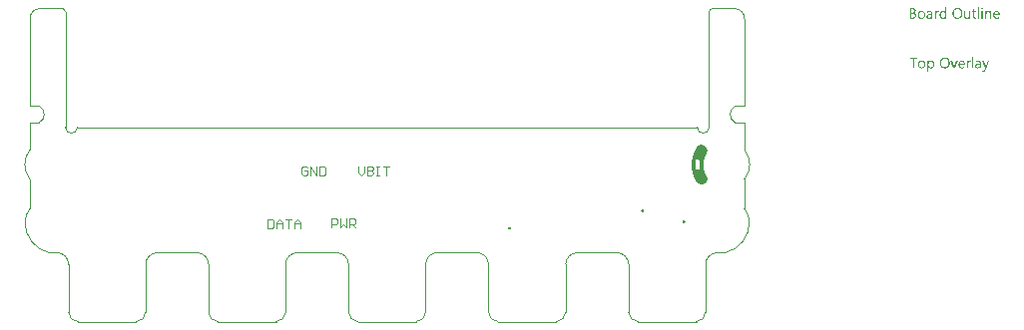
<source format=gto>
G04*
G04 #@! TF.GenerationSoftware,Altium Limited,Altium Designer,21.9.2 (33)*
G04*
G04 Layer_Color=65535*
%FSAX25Y25*%
%MOIN*%
G70*
G04*
G04 #@! TF.SameCoordinates,2EB92662-9E55-42C7-936B-B314CFDC8511*
G04*
G04*
G04 #@! TF.FilePolarity,Positive*
G04*
G01*
G75*
%ADD10C,0.01000*%
%ADD11C,0.00300*%
%ADD12C,0.00394*%
G36*
X0073390Y0108274D02*
X0073414D01*
X0073470Y0108250D01*
X0073501Y0108231D01*
X0073532Y0108206D01*
X0073538Y0108200D01*
X0073545Y0108194D01*
X0073576Y0108157D01*
X0073600Y0108095D01*
X0073606Y0108058D01*
X0073613Y0108021D01*
Y0108015D01*
Y0108002D01*
X0073606Y0107984D01*
X0073600Y0107959D01*
X0073582Y0107897D01*
X0073557Y0107866D01*
X0073532Y0107835D01*
X0073526D01*
X0073520Y0107823D01*
X0073483Y0107798D01*
X0073427Y0107773D01*
X0073390Y0107767D01*
X0073353Y0107761D01*
X0073334D01*
X0073316Y0107767D01*
X0073291D01*
X0073229Y0107792D01*
X0073198Y0107804D01*
X0073167Y0107829D01*
Y0107835D01*
X0073154Y0107841D01*
X0073142Y0107860D01*
X0073130Y0107878D01*
X0073105Y0107940D01*
X0073099Y0107977D01*
X0073093Y0108021D01*
Y0108027D01*
Y0108039D01*
X0073099Y0108058D01*
X0073105Y0108089D01*
X0073124Y0108144D01*
X0073142Y0108176D01*
X0073167Y0108206D01*
X0073173Y0108213D01*
X0073179Y0108219D01*
X0073216Y0108244D01*
X0073278Y0108268D01*
X0073316Y0108281D01*
X0073371D01*
X0073390Y0108274D01*
D02*
G37*
G36*
X0061400Y0104610D02*
X0060997D01*
Y0105031D01*
X0060985D01*
Y0105025D01*
X0060973Y0105012D01*
X0060954Y0104988D01*
X0060935Y0104957D01*
X0060905Y0104920D01*
X0060867Y0104882D01*
X0060824Y0104839D01*
X0060774Y0104796D01*
X0060719Y0104746D01*
X0060651Y0104703D01*
X0060583Y0104666D01*
X0060502Y0104629D01*
X0060422Y0104598D01*
X0060329Y0104573D01*
X0060230Y0104560D01*
X0060125Y0104554D01*
X0060081D01*
X0060044Y0104560D01*
X0060007Y0104567D01*
X0059957Y0104573D01*
X0059852Y0104598D01*
X0059728Y0104635D01*
X0059605Y0104697D01*
X0059536Y0104734D01*
X0059481Y0104777D01*
X0059419Y0104833D01*
X0059363Y0104889D01*
Y0104895D01*
X0059351Y0104907D01*
X0059338Y0104926D01*
X0059320Y0104950D01*
X0059301Y0104981D01*
X0059277Y0105025D01*
X0059252Y0105074D01*
X0059227Y0105130D01*
X0059196Y0105192D01*
X0059171Y0105260D01*
X0059147Y0105334D01*
X0059128Y0105415D01*
X0059109Y0105501D01*
X0059097Y0105600D01*
X0059091Y0105700D01*
X0059085Y0105805D01*
Y0105811D01*
Y0105830D01*
Y0105867D01*
X0059091Y0105910D01*
X0059097Y0105959D01*
X0059103Y0106021D01*
X0059109Y0106089D01*
X0059122Y0106164D01*
X0059159Y0106325D01*
X0059215Y0106492D01*
X0059252Y0106572D01*
X0059295Y0106653D01*
X0059338Y0106727D01*
X0059394Y0106801D01*
X0059400Y0106807D01*
X0059407Y0106820D01*
X0059425Y0106838D01*
X0059450Y0106863D01*
X0059481Y0106888D01*
X0059524Y0106919D01*
X0059567Y0106956D01*
X0059617Y0106993D01*
X0059741Y0107061D01*
X0059883Y0107123D01*
X0059964Y0107142D01*
X0060050Y0107160D01*
X0060137Y0107173D01*
X0060236Y0107179D01*
X0060286D01*
X0060323Y0107173D01*
X0060360Y0107167D01*
X0060409Y0107160D01*
X0060521Y0107129D01*
X0060645Y0107080D01*
X0060706Y0107049D01*
X0060768Y0107006D01*
X0060830Y0106962D01*
X0060886Y0106906D01*
X0060935Y0106845D01*
X0060985Y0106770D01*
X0060997D01*
Y0108330D01*
X0061400D01*
Y0104610D01*
D02*
G37*
G36*
X0075668Y0107173D02*
X0075742Y0107167D01*
X0075835Y0107148D01*
X0075934Y0107117D01*
X0076039Y0107068D01*
X0076144Y0106999D01*
X0076188Y0106962D01*
X0076231Y0106913D01*
X0076243Y0106900D01*
X0076268Y0106863D01*
X0076299Y0106801D01*
X0076342Y0106715D01*
X0076380Y0106609D01*
X0076417Y0106479D01*
X0076441Y0106325D01*
X0076448Y0106145D01*
Y0104610D01*
X0076045D01*
Y0106040D01*
Y0106046D01*
Y0106077D01*
X0076039Y0106114D01*
Y0106164D01*
X0076027Y0106226D01*
X0076014Y0106294D01*
X0075996Y0106368D01*
X0075971Y0106442D01*
X0075940Y0106517D01*
X0075903Y0106585D01*
X0075853Y0106653D01*
X0075798Y0106715D01*
X0075736Y0106764D01*
X0075655Y0106801D01*
X0075569Y0106832D01*
X0075463Y0106838D01*
X0075451D01*
X0075414Y0106832D01*
X0075358Y0106826D01*
X0075290Y0106807D01*
X0075210Y0106783D01*
X0075123Y0106739D01*
X0075042Y0106684D01*
X0074962Y0106609D01*
X0074956Y0106597D01*
X0074931Y0106572D01*
X0074900Y0106523D01*
X0074863Y0106455D01*
X0074826Y0106374D01*
X0074795Y0106275D01*
X0074770Y0106164D01*
X0074764Y0106040D01*
Y0104610D01*
X0074362D01*
Y0107123D01*
X0074764D01*
Y0106702D01*
X0074776D01*
X0074783Y0106708D01*
X0074789Y0106721D01*
X0074807Y0106746D01*
X0074832Y0106776D01*
X0074857Y0106814D01*
X0074894Y0106851D01*
X0074937Y0106894D01*
X0074987Y0106944D01*
X0075042Y0106987D01*
X0075104Y0107030D01*
X0075173Y0107068D01*
X0075247Y0107105D01*
X0075321Y0107136D01*
X0075408Y0107160D01*
X0075501Y0107173D01*
X0075600Y0107179D01*
X0075637D01*
X0075668Y0107173D01*
D02*
G37*
G36*
X0058670Y0107160D02*
X0058744Y0107154D01*
X0058788Y0107142D01*
X0058819Y0107129D01*
Y0106715D01*
X0058812Y0106721D01*
X0058800Y0106727D01*
X0058775Y0106739D01*
X0058744Y0106758D01*
X0058701Y0106770D01*
X0058645Y0106783D01*
X0058583Y0106789D01*
X0058515Y0106795D01*
X0058503D01*
X0058472Y0106789D01*
X0058422Y0106783D01*
X0058367Y0106764D01*
X0058292Y0106733D01*
X0058224Y0106690D01*
X0058150Y0106628D01*
X0058082Y0106547D01*
X0058076Y0106535D01*
X0058057Y0106504D01*
X0058026Y0106448D01*
X0057995Y0106374D01*
X0057964Y0106281D01*
X0057933Y0106164D01*
X0057915Y0106034D01*
X0057909Y0105885D01*
Y0104610D01*
X0057506D01*
Y0107123D01*
X0057909D01*
Y0106603D01*
X0057921D01*
Y0106609D01*
X0057927Y0106616D01*
X0057939Y0106647D01*
X0057958Y0106696D01*
X0057989Y0106758D01*
X0058020Y0106820D01*
X0058069Y0106888D01*
X0058119Y0106956D01*
X0058181Y0107018D01*
X0058187Y0107024D01*
X0058212Y0107043D01*
X0058249Y0107068D01*
X0058298Y0107092D01*
X0058354Y0107117D01*
X0058422Y0107142D01*
X0058497Y0107160D01*
X0058577Y0107167D01*
X0058633D01*
X0058670Y0107160D01*
D02*
G37*
G36*
X0069410Y0104610D02*
X0069007D01*
Y0105006D01*
X0068995D01*
Y0105000D01*
X0068982Y0104988D01*
X0068970Y0104963D01*
X0068945Y0104938D01*
X0068890Y0104864D01*
X0068803Y0104783D01*
X0068753Y0104740D01*
X0068698Y0104697D01*
X0068636Y0104660D01*
X0068562Y0104622D01*
X0068487Y0104598D01*
X0068407Y0104573D01*
X0068314Y0104560D01*
X0068221Y0104554D01*
X0068184D01*
X0068141Y0104560D01*
X0068079Y0104573D01*
X0068011Y0104585D01*
X0067936Y0104610D01*
X0067856Y0104641D01*
X0067775Y0104691D01*
X0067689Y0104746D01*
X0067608Y0104814D01*
X0067534Y0104901D01*
X0067466Y0105006D01*
X0067404Y0105124D01*
X0067361Y0105266D01*
X0067336Y0105433D01*
X0067324Y0105520D01*
Y0105619D01*
Y0107123D01*
X0067720D01*
Y0105681D01*
Y0105675D01*
Y0105650D01*
X0067726Y0105607D01*
X0067732Y0105557D01*
X0067738Y0105495D01*
X0067751Y0105433D01*
X0067769Y0105359D01*
X0067794Y0105285D01*
X0067831Y0105210D01*
X0067868Y0105142D01*
X0067918Y0105074D01*
X0067980Y0105012D01*
X0068048Y0104963D01*
X0068128Y0104926D01*
X0068227Y0104895D01*
X0068332Y0104889D01*
X0068345D01*
X0068382Y0104895D01*
X0068438Y0104901D01*
X0068500Y0104913D01*
X0068580Y0104944D01*
X0068661Y0104981D01*
X0068741Y0105031D01*
X0068815Y0105105D01*
X0068822Y0105118D01*
X0068846Y0105142D01*
X0068877Y0105192D01*
X0068914Y0105260D01*
X0068945Y0105341D01*
X0068976Y0105439D01*
X0069001Y0105551D01*
X0069007Y0105675D01*
Y0107123D01*
X0069410D01*
Y0104610D01*
D02*
G37*
G36*
X0073545D02*
X0073142D01*
Y0107123D01*
X0073545D01*
Y0104610D01*
D02*
G37*
G36*
X0072325D02*
X0071923D01*
Y0108330D01*
X0072325D01*
Y0104610D01*
D02*
G37*
G36*
X0055946Y0107173D02*
X0056002Y0107167D01*
X0056070Y0107148D01*
X0056144Y0107129D01*
X0056225Y0107098D01*
X0056312Y0107061D01*
X0056392Y0107012D01*
X0056472Y0106950D01*
X0056547Y0106876D01*
X0056615Y0106783D01*
X0056671Y0106677D01*
X0056714Y0106554D01*
X0056739Y0106411D01*
X0056751Y0106244D01*
Y0104610D01*
X0056349D01*
Y0105000D01*
X0056336D01*
Y0104994D01*
X0056324Y0104981D01*
X0056312Y0104957D01*
X0056287Y0104932D01*
X0056225Y0104858D01*
X0056144Y0104777D01*
X0056033Y0104697D01*
X0055903Y0104622D01*
X0055822Y0104598D01*
X0055742Y0104573D01*
X0055655Y0104560D01*
X0055563Y0104554D01*
X0055525D01*
X0055501Y0104560D01*
X0055433Y0104567D01*
X0055352Y0104579D01*
X0055253Y0104604D01*
X0055160Y0104635D01*
X0055061Y0104684D01*
X0054975Y0104746D01*
X0054968Y0104759D01*
X0054944Y0104783D01*
X0054906Y0104827D01*
X0054869Y0104889D01*
X0054832Y0104963D01*
X0054795Y0105050D01*
X0054770Y0105155D01*
X0054764Y0105272D01*
Y0105279D01*
Y0105303D01*
X0054770Y0105341D01*
X0054776Y0105384D01*
X0054789Y0105439D01*
X0054807Y0105501D01*
X0054832Y0105570D01*
X0054869Y0105638D01*
X0054913Y0105712D01*
X0054968Y0105786D01*
X0055036Y0105854D01*
X0055117Y0105916D01*
X0055210Y0105978D01*
X0055321Y0106027D01*
X0055445Y0106065D01*
X0055594Y0106096D01*
X0056349Y0106201D01*
Y0106207D01*
Y0106226D01*
X0056343Y0106263D01*
Y0106300D01*
X0056330Y0106349D01*
X0056324Y0106405D01*
X0056287Y0106523D01*
X0056256Y0106579D01*
X0056225Y0106634D01*
X0056182Y0106690D01*
X0056132Y0106739D01*
X0056070Y0106783D01*
X0056002Y0106814D01*
X0055922Y0106832D01*
X0055829Y0106838D01*
X0055785D01*
X0055754Y0106832D01*
X0055711D01*
X0055668Y0106820D01*
X0055556Y0106801D01*
X0055433Y0106764D01*
X0055296Y0106708D01*
X0055222Y0106671D01*
X0055154Y0106634D01*
X0055080Y0106585D01*
X0055012Y0106529D01*
Y0106944D01*
X0055018D01*
X0055030Y0106956D01*
X0055049Y0106968D01*
X0055080Y0106981D01*
X0055111Y0106999D01*
X0055154Y0107018D01*
X0055203Y0107036D01*
X0055259Y0107061D01*
X0055383Y0107105D01*
X0055532Y0107142D01*
X0055693Y0107167D01*
X0055866Y0107179D01*
X0055903D01*
X0055946Y0107173D01*
D02*
G37*
G36*
X0050258Y0108120D02*
X0050301D01*
X0050344Y0108114D01*
X0050443Y0108101D01*
X0050561Y0108070D01*
X0050685Y0108033D01*
X0050802Y0107977D01*
X0050908Y0107903D01*
X0050914D01*
X0050920Y0107891D01*
X0050951Y0107866D01*
X0050994Y0107817D01*
X0051044Y0107748D01*
X0051087Y0107662D01*
X0051130Y0107563D01*
X0051161Y0107451D01*
X0051174Y0107389D01*
Y0107321D01*
Y0107315D01*
Y0107309D01*
Y0107272D01*
X0051168Y0107216D01*
X0051155Y0107148D01*
X0051137Y0107061D01*
X0051106Y0106975D01*
X0051069Y0106888D01*
X0051013Y0106801D01*
X0051007Y0106789D01*
X0050982Y0106764D01*
X0050945Y0106727D01*
X0050895Y0106677D01*
X0050833Y0106628D01*
X0050759Y0106572D01*
X0050666Y0106529D01*
X0050567Y0106486D01*
Y0106479D01*
X0050586D01*
X0050604Y0106473D01*
X0050623Y0106467D01*
X0050691Y0106455D01*
X0050771Y0106430D01*
X0050858Y0106393D01*
X0050951Y0106349D01*
X0051044Y0106288D01*
X0051130Y0106207D01*
X0051143Y0106195D01*
X0051168Y0106164D01*
X0051199Y0106120D01*
X0051242Y0106052D01*
X0051279Y0105966D01*
X0051316Y0105867D01*
X0051341Y0105749D01*
X0051347Y0105619D01*
Y0105613D01*
Y0105600D01*
Y0105576D01*
X0051341Y0105545D01*
X0051335Y0105508D01*
X0051329Y0105464D01*
X0051304Y0105359D01*
X0051267Y0105241D01*
X0051211Y0105118D01*
X0051174Y0105062D01*
X0051130Y0105000D01*
X0051075Y0104944D01*
X0051019Y0104889D01*
X0051013D01*
X0051007Y0104876D01*
X0050988Y0104864D01*
X0050963Y0104845D01*
X0050932Y0104827D01*
X0050889Y0104802D01*
X0050796Y0104752D01*
X0050679Y0104697D01*
X0050542Y0104653D01*
X0050381Y0104622D01*
X0050301Y0104616D01*
X0050208Y0104610D01*
X0049181D01*
Y0108126D01*
X0050227D01*
X0050258Y0108120D01*
D02*
G37*
G36*
X0070753Y0107123D02*
X0071390D01*
Y0106776D01*
X0070753D01*
Y0105359D01*
Y0105347D01*
Y0105316D01*
X0070759Y0105272D01*
X0070765Y0105217D01*
X0070790Y0105099D01*
X0070809Y0105043D01*
X0070840Y0105000D01*
X0070846Y0104994D01*
X0070858Y0104981D01*
X0070877Y0104969D01*
X0070908Y0104950D01*
X0070945Y0104926D01*
X0070994Y0104913D01*
X0071056Y0104901D01*
X0071124Y0104895D01*
X0071149D01*
X0071180Y0104901D01*
X0071217Y0104907D01*
X0071304Y0104932D01*
X0071347Y0104950D01*
X0071390Y0104975D01*
Y0104629D01*
X0071384D01*
X0071366Y0104616D01*
X0071335Y0104610D01*
X0071291Y0104598D01*
X0071236Y0104585D01*
X0071174Y0104573D01*
X0071100Y0104567D01*
X0071013Y0104560D01*
X0070982D01*
X0070951Y0104567D01*
X0070908Y0104573D01*
X0070858Y0104585D01*
X0070802Y0104598D01*
X0070747Y0104622D01*
X0070685Y0104653D01*
X0070623Y0104691D01*
X0070561Y0104740D01*
X0070505Y0104796D01*
X0070456Y0104870D01*
X0070412Y0104950D01*
X0070381Y0105050D01*
X0070357Y0105161D01*
X0070350Y0105291D01*
Y0106776D01*
X0069923D01*
Y0107123D01*
X0070350D01*
Y0107736D01*
X0070753Y0107866D01*
Y0107123D01*
D02*
G37*
G36*
X0078280Y0107173D02*
X0078323Y0107167D01*
X0078367Y0107160D01*
X0078478Y0107142D01*
X0078602Y0107098D01*
X0078725Y0107043D01*
X0078787Y0107006D01*
X0078849Y0106962D01*
X0078905Y0106913D01*
X0078961Y0106857D01*
X0078967Y0106851D01*
X0078973Y0106845D01*
X0078986Y0106826D01*
X0079004Y0106801D01*
X0079023Y0106764D01*
X0079047Y0106727D01*
X0079072Y0106684D01*
X0079097Y0106628D01*
X0079122Y0106566D01*
X0079146Y0106504D01*
X0079171Y0106430D01*
X0079190Y0106349D01*
X0079208Y0106263D01*
X0079221Y0106176D01*
X0079233Y0106077D01*
Y0105972D01*
Y0105761D01*
X0077457D01*
Y0105755D01*
Y0105743D01*
Y0105724D01*
X0077463Y0105693D01*
X0077469Y0105656D01*
Y0105619D01*
X0077487Y0105520D01*
X0077518Y0105421D01*
X0077556Y0105309D01*
X0077611Y0105204D01*
X0077679Y0105111D01*
X0077692Y0105099D01*
X0077717Y0105074D01*
X0077766Y0105043D01*
X0077834Y0105000D01*
X0077921Y0104957D01*
X0078020Y0104926D01*
X0078137Y0104901D01*
X0078274Y0104889D01*
X0078317D01*
X0078348Y0104895D01*
X0078385D01*
X0078428Y0104901D01*
X0078534Y0104926D01*
X0078651Y0104957D01*
X0078781Y0105006D01*
X0078917Y0105074D01*
X0078986Y0105118D01*
X0079054Y0105167D01*
Y0104790D01*
X0079047D01*
X0079041Y0104777D01*
X0079023Y0104771D01*
X0078992Y0104752D01*
X0078961Y0104734D01*
X0078924Y0104715D01*
X0078874Y0104697D01*
X0078825Y0104672D01*
X0078763Y0104647D01*
X0078695Y0104629D01*
X0078546Y0104592D01*
X0078373Y0104567D01*
X0078181Y0104554D01*
X0078131D01*
X0078094Y0104560D01*
X0078051Y0104567D01*
X0077995Y0104573D01*
X0077877Y0104598D01*
X0077741Y0104635D01*
X0077605Y0104697D01*
X0077537Y0104740D01*
X0077469Y0104783D01*
X0077407Y0104833D01*
X0077345Y0104895D01*
X0077339Y0104901D01*
X0077333Y0104913D01*
X0077320Y0104932D01*
X0077296Y0104957D01*
X0077277Y0104994D01*
X0077252Y0105037D01*
X0077221Y0105087D01*
X0077197Y0105142D01*
X0077166Y0105204D01*
X0077141Y0105279D01*
X0077110Y0105359D01*
X0077091Y0105446D01*
X0077073Y0105538D01*
X0077054Y0105638D01*
X0077048Y0105743D01*
X0077042Y0105854D01*
Y0105860D01*
Y0105879D01*
Y0105910D01*
X0077048Y0105953D01*
X0077054Y0106003D01*
X0077060Y0106059D01*
X0077067Y0106127D01*
X0077085Y0106195D01*
X0077122Y0106343D01*
X0077178Y0106504D01*
X0077215Y0106585D01*
X0077265Y0106659D01*
X0077314Y0106739D01*
X0077370Y0106807D01*
X0077376Y0106814D01*
X0077389Y0106826D01*
X0077407Y0106845D01*
X0077432Y0106863D01*
X0077463Y0106894D01*
X0077500Y0106925D01*
X0077549Y0106956D01*
X0077599Y0106993D01*
X0077717Y0107061D01*
X0077859Y0107123D01*
X0077939Y0107142D01*
X0078020Y0107160D01*
X0078106Y0107173D01*
X0078199Y0107179D01*
X0078249D01*
X0078280Y0107173D01*
D02*
G37*
G36*
X0065237Y0108182D02*
X0065299Y0108176D01*
X0065374Y0108163D01*
X0065454Y0108144D01*
X0065541Y0108126D01*
X0065627Y0108101D01*
X0065727Y0108070D01*
X0065819Y0108027D01*
X0065918Y0107977D01*
X0066018Y0107922D01*
X0066110Y0107854D01*
X0066203Y0107779D01*
X0066290Y0107693D01*
X0066296Y0107686D01*
X0066308Y0107668D01*
X0066333Y0107643D01*
X0066358Y0107606D01*
X0066395Y0107556D01*
X0066432Y0107495D01*
X0066469Y0107427D01*
X0066513Y0107352D01*
X0066556Y0107259D01*
X0066593Y0107167D01*
X0066630Y0107061D01*
X0066667Y0106944D01*
X0066692Y0106826D01*
X0066717Y0106696D01*
X0066729Y0106554D01*
X0066736Y0106411D01*
Y0106399D01*
Y0106374D01*
Y0106331D01*
X0066729Y0106269D01*
X0066723Y0106195D01*
X0066711Y0106114D01*
X0066698Y0106021D01*
X0066680Y0105916D01*
X0066655Y0105811D01*
X0066624Y0105700D01*
X0066587Y0105588D01*
X0066544Y0105477D01*
X0066488Y0105359D01*
X0066426Y0105254D01*
X0066358Y0105149D01*
X0066277Y0105050D01*
X0066271Y0105043D01*
X0066259Y0105031D01*
X0066228Y0105006D01*
X0066197Y0104975D01*
X0066148Y0104932D01*
X0066092Y0104895D01*
X0066030Y0104845D01*
X0065956Y0104802D01*
X0065875Y0104759D01*
X0065782Y0104709D01*
X0065683Y0104672D01*
X0065572Y0104635D01*
X0065454Y0104598D01*
X0065330Y0104573D01*
X0065200Y0104560D01*
X0065058Y0104554D01*
X0065027D01*
X0064984Y0104560D01*
X0064934D01*
X0064872Y0104567D01*
X0064798Y0104579D01*
X0064718Y0104598D01*
X0064625Y0104616D01*
X0064532Y0104641D01*
X0064433Y0104672D01*
X0064334Y0104715D01*
X0064235Y0104759D01*
X0064136Y0104814D01*
X0064037Y0104882D01*
X0063944Y0104957D01*
X0063857Y0105043D01*
X0063851Y0105050D01*
X0063839Y0105068D01*
X0063814Y0105093D01*
X0063789Y0105130D01*
X0063752Y0105180D01*
X0063715Y0105241D01*
X0063678Y0105309D01*
X0063634Y0105390D01*
X0063591Y0105477D01*
X0063554Y0105570D01*
X0063517Y0105675D01*
X0063480Y0105792D01*
X0063455Y0105910D01*
X0063430Y0106040D01*
X0063418Y0106182D01*
X0063411Y0106325D01*
Y0106337D01*
Y0106362D01*
X0063418Y0106405D01*
Y0106467D01*
X0063424Y0106535D01*
X0063436Y0106622D01*
X0063449Y0106715D01*
X0063467Y0106814D01*
X0063492Y0106919D01*
X0063523Y0107030D01*
X0063560Y0107142D01*
X0063603Y0107253D01*
X0063659Y0107365D01*
X0063721Y0107476D01*
X0063789Y0107581D01*
X0063870Y0107680D01*
X0063876Y0107686D01*
X0063888Y0107705D01*
X0063919Y0107730D01*
X0063956Y0107761D01*
X0063999Y0107798D01*
X0064055Y0107841D01*
X0064123Y0107885D01*
X0064198Y0107934D01*
X0064284Y0107984D01*
X0064377Y0108027D01*
X0064476Y0108070D01*
X0064588Y0108107D01*
X0064711Y0108138D01*
X0064841Y0108169D01*
X0064978Y0108182D01*
X0065120Y0108188D01*
X0065188D01*
X0065237Y0108182D01*
D02*
G37*
G36*
X0053210Y0107173D02*
X0053254Y0107167D01*
X0053309Y0107160D01*
X0053433Y0107136D01*
X0053576Y0107092D01*
X0053718Y0107030D01*
X0053792Y0106993D01*
X0053860Y0106950D01*
X0053928Y0106894D01*
X0053990Y0106832D01*
X0053996Y0106826D01*
X0054003Y0106814D01*
X0054021Y0106795D01*
X0054040Y0106770D01*
X0054065Y0106733D01*
X0054089Y0106690D01*
X0054120Y0106640D01*
X0054151Y0106585D01*
X0054176Y0106517D01*
X0054207Y0106448D01*
X0054232Y0106368D01*
X0054256Y0106281D01*
X0054275Y0106188D01*
X0054294Y0106089D01*
X0054300Y0105984D01*
X0054306Y0105873D01*
Y0105867D01*
Y0105848D01*
Y0105817D01*
X0054300Y0105774D01*
X0054294Y0105724D01*
X0054287Y0105662D01*
X0054275Y0105600D01*
X0054263Y0105526D01*
X0054225Y0105378D01*
X0054164Y0105217D01*
X0054127Y0105136D01*
X0054077Y0105056D01*
X0054027Y0104981D01*
X0053966Y0104913D01*
X0053959Y0104907D01*
X0053947Y0104901D01*
X0053928Y0104882D01*
X0053904Y0104858D01*
X0053866Y0104833D01*
X0053829Y0104802D01*
X0053780Y0104765D01*
X0053724Y0104734D01*
X0053662Y0104703D01*
X0053594Y0104666D01*
X0053520Y0104635D01*
X0053439Y0104610D01*
X0053353Y0104585D01*
X0053260Y0104573D01*
X0053161Y0104560D01*
X0053056Y0104554D01*
X0053000D01*
X0052963Y0104560D01*
X0052919Y0104567D01*
X0052864Y0104573D01*
X0052802Y0104585D01*
X0052734Y0104598D01*
X0052591Y0104641D01*
X0052443Y0104703D01*
X0052368Y0104740D01*
X0052300Y0104790D01*
X0052232Y0104839D01*
X0052164Y0104901D01*
X0052158Y0104907D01*
X0052152Y0104920D01*
X0052133Y0104938D01*
X0052115Y0104963D01*
X0052090Y0105000D01*
X0052059Y0105043D01*
X0052028Y0105093D01*
X0052003Y0105149D01*
X0051972Y0105217D01*
X0051941Y0105285D01*
X0051911Y0105359D01*
X0051886Y0105446D01*
X0051849Y0105631D01*
X0051842Y0105730D01*
X0051836Y0105836D01*
Y0105842D01*
Y0105867D01*
Y0105898D01*
X0051842Y0105941D01*
X0051849Y0105990D01*
X0051855Y0106052D01*
X0051867Y0106120D01*
X0051880Y0106195D01*
X0051917Y0106356D01*
X0051978Y0106517D01*
X0052022Y0106597D01*
X0052065Y0106677D01*
X0052115Y0106752D01*
X0052177Y0106820D01*
X0052183Y0106826D01*
X0052195Y0106838D01*
X0052214Y0106851D01*
X0052239Y0106876D01*
X0052276Y0106900D01*
X0052319Y0106931D01*
X0052368Y0106968D01*
X0052424Y0106999D01*
X0052486Y0107030D01*
X0052560Y0107068D01*
X0052635Y0107098D01*
X0052721Y0107123D01*
X0052808Y0107148D01*
X0052907Y0107167D01*
X0053012Y0107173D01*
X0053118Y0107179D01*
X0053173D01*
X0053210Y0107173D01*
D02*
G37*
G36*
X0056423Y0090583D02*
X0056466Y0090576D01*
X0056510Y0090570D01*
X0056621Y0090546D01*
X0056745Y0090509D01*
X0056869Y0090447D01*
X0056931Y0090409D01*
X0056992Y0090360D01*
X0057048Y0090310D01*
X0057104Y0090249D01*
X0057110Y0090242D01*
X0057116Y0090236D01*
X0057129Y0090211D01*
X0057147Y0090187D01*
X0057166Y0090156D01*
X0057191Y0090112D01*
X0057215Y0090063D01*
X0057240Y0090013D01*
X0057265Y0089951D01*
X0057290Y0089883D01*
X0057314Y0089809D01*
X0057333Y0089728D01*
X0057364Y0089549D01*
X0057376Y0089450D01*
Y0089345D01*
Y0089338D01*
Y0089320D01*
Y0089283D01*
X0057370Y0089240D01*
Y0089190D01*
X0057358Y0089128D01*
X0057351Y0089060D01*
X0057339Y0088986D01*
X0057302Y0088825D01*
X0057246Y0088658D01*
X0057209Y0088577D01*
X0057172Y0088497D01*
X0057122Y0088416D01*
X0057067Y0088342D01*
X0057060Y0088336D01*
X0057054Y0088323D01*
X0057036Y0088305D01*
X0057011Y0088286D01*
X0056980Y0088255D01*
X0056943Y0088224D01*
X0056900Y0088187D01*
X0056850Y0088156D01*
X0056794Y0088119D01*
X0056732Y0088082D01*
X0056584Y0088026D01*
X0056503Y0088002D01*
X0056423Y0087983D01*
X0056330Y0087971D01*
X0056231Y0087964D01*
X0056182D01*
X0056151Y0087971D01*
X0056107Y0087977D01*
X0056064Y0087989D01*
X0055953Y0088014D01*
X0055835Y0088063D01*
X0055767Y0088100D01*
X0055705Y0088138D01*
X0055643Y0088187D01*
X0055587Y0088243D01*
X0055525Y0088305D01*
X0055476Y0088379D01*
X0055463D01*
Y0086869D01*
X0055061D01*
Y0090533D01*
X0055463D01*
Y0090087D01*
X0055476D01*
X0055482Y0090094D01*
X0055488Y0090112D01*
X0055507Y0090137D01*
X0055532Y0090168D01*
X0055563Y0090205D01*
X0055600Y0090249D01*
X0055643Y0090292D01*
X0055699Y0090341D01*
X0055754Y0090385D01*
X0055816Y0090428D01*
X0055891Y0090471D01*
X0055965Y0090509D01*
X0056052Y0090546D01*
X0056144Y0090570D01*
X0056237Y0090583D01*
X0056343Y0090589D01*
X0056392D01*
X0056423Y0090583D01*
D02*
G37*
G36*
X0069379Y0090570D02*
X0069453Y0090564D01*
X0069496Y0090552D01*
X0069527Y0090539D01*
Y0090125D01*
X0069521Y0090131D01*
X0069509Y0090137D01*
X0069484Y0090149D01*
X0069453Y0090168D01*
X0069410Y0090180D01*
X0069354Y0090193D01*
X0069292Y0090199D01*
X0069224Y0090205D01*
X0069212D01*
X0069181Y0090199D01*
X0069131Y0090193D01*
X0069075Y0090174D01*
X0069001Y0090143D01*
X0068933Y0090100D01*
X0068859Y0090038D01*
X0068791Y0089958D01*
X0068784Y0089945D01*
X0068766Y0089914D01*
X0068735Y0089859D01*
X0068704Y0089784D01*
X0068673Y0089691D01*
X0068642Y0089574D01*
X0068624Y0089444D01*
X0068617Y0089295D01*
Y0088020D01*
X0068215D01*
Y0090533D01*
X0068617D01*
Y0090013D01*
X0068630D01*
Y0090019D01*
X0068636Y0090026D01*
X0068648Y0090057D01*
X0068667Y0090106D01*
X0068698Y0090168D01*
X0068729Y0090230D01*
X0068778Y0090298D01*
X0068828Y0090366D01*
X0068890Y0090428D01*
X0068896Y0090434D01*
X0068921Y0090453D01*
X0068958Y0090478D01*
X0069007Y0090502D01*
X0069063Y0090527D01*
X0069131Y0090552D01*
X0069205Y0090570D01*
X0069286Y0090576D01*
X0069341D01*
X0069379Y0090570D01*
D02*
G37*
G36*
X0074584Y0087618D02*
X0074578Y0087612D01*
X0074572Y0087587D01*
X0074554Y0087543D01*
X0074529Y0087494D01*
X0074498Y0087438D01*
X0074454Y0087370D01*
X0074411Y0087302D01*
X0074362Y0087228D01*
X0074300Y0087154D01*
X0074238Y0087085D01*
X0074164Y0087017D01*
X0074083Y0086962D01*
X0074003Y0086912D01*
X0073910Y0086869D01*
X0073817Y0086844D01*
X0073712Y0086838D01*
X0073656D01*
X0073619Y0086844D01*
X0073538Y0086856D01*
X0073452Y0086875D01*
Y0087234D01*
X0073458D01*
X0073476Y0087228D01*
X0073501Y0087222D01*
X0073532Y0087215D01*
X0073606Y0087197D01*
X0073687Y0087191D01*
X0073699D01*
X0073736Y0087197D01*
X0073792Y0087209D01*
X0073860Y0087234D01*
X0073935Y0087277D01*
X0073972Y0087308D01*
X0074009Y0087345D01*
X0074046Y0087383D01*
X0074083Y0087432D01*
X0074114Y0087488D01*
X0074145Y0087550D01*
X0074349Y0088020D01*
X0073365Y0090533D01*
X0073811D01*
X0074492Y0088596D01*
Y0088590D01*
X0074498Y0088577D01*
X0074504Y0088559D01*
X0074510Y0088534D01*
X0074516Y0088497D01*
X0074529Y0088460D01*
X0074541Y0088404D01*
X0074560D01*
Y0088416D01*
X0074572Y0088453D01*
X0074584Y0088509D01*
X0074609Y0088590D01*
X0075321Y0090533D01*
X0075736D01*
X0074584Y0087618D01*
D02*
G37*
G36*
X0064154Y0088020D02*
X0063758D01*
X0062805Y0090533D01*
X0063244D01*
X0063888Y0088707D01*
X0063894Y0088701D01*
X0063901Y0088676D01*
X0063913Y0088633D01*
X0063925Y0088590D01*
X0063938Y0088534D01*
X0063956Y0088472D01*
X0063975Y0088354D01*
X0063981D01*
Y0088361D01*
X0063987Y0088385D01*
X0063993Y0088422D01*
X0063999Y0088466D01*
X0064012Y0088521D01*
X0064024Y0088577D01*
X0064061Y0088695D01*
X0064730Y0090533D01*
X0065151D01*
X0064154Y0088020D01*
D02*
G37*
G36*
X0072176Y0090583D02*
X0072232Y0090576D01*
X0072300Y0090558D01*
X0072375Y0090539D01*
X0072455Y0090509D01*
X0072542Y0090471D01*
X0072622Y0090422D01*
X0072703Y0090360D01*
X0072777Y0090286D01*
X0072845Y0090193D01*
X0072901Y0090087D01*
X0072944Y0089964D01*
X0072969Y0089821D01*
X0072981Y0089654D01*
Y0088020D01*
X0072579D01*
Y0088410D01*
X0072566D01*
Y0088404D01*
X0072554Y0088392D01*
X0072542Y0088367D01*
X0072517Y0088342D01*
X0072455Y0088268D01*
X0072375Y0088187D01*
X0072263Y0088107D01*
X0072133Y0088033D01*
X0072053Y0088008D01*
X0071972Y0087983D01*
X0071886Y0087971D01*
X0071793Y0087964D01*
X0071756D01*
X0071731Y0087971D01*
X0071663Y0087977D01*
X0071582Y0087989D01*
X0071483Y0088014D01*
X0071390Y0088045D01*
X0071291Y0088094D01*
X0071205Y0088156D01*
X0071198Y0088169D01*
X0071174Y0088193D01*
X0071137Y0088237D01*
X0071100Y0088299D01*
X0071062Y0088373D01*
X0071025Y0088460D01*
X0071000Y0088565D01*
X0070994Y0088682D01*
Y0088689D01*
Y0088713D01*
X0071000Y0088750D01*
X0071007Y0088794D01*
X0071019Y0088850D01*
X0071038Y0088911D01*
X0071062Y0088980D01*
X0071100Y0089048D01*
X0071143Y0089122D01*
X0071198Y0089196D01*
X0071267Y0089264D01*
X0071347Y0089326D01*
X0071440Y0089388D01*
X0071551Y0089438D01*
X0071675Y0089475D01*
X0071824Y0089506D01*
X0072579Y0089611D01*
Y0089617D01*
Y0089636D01*
X0072573Y0089673D01*
Y0089710D01*
X0072560Y0089759D01*
X0072554Y0089815D01*
X0072517Y0089933D01*
X0072486Y0089988D01*
X0072455Y0090044D01*
X0072412Y0090100D01*
X0072362Y0090149D01*
X0072300Y0090193D01*
X0072232Y0090224D01*
X0072152Y0090242D01*
X0072059Y0090249D01*
X0072016D01*
X0071985Y0090242D01*
X0071941D01*
X0071898Y0090230D01*
X0071786Y0090211D01*
X0071663Y0090174D01*
X0071527Y0090118D01*
X0071452Y0090081D01*
X0071384Y0090044D01*
X0071310Y0089995D01*
X0071242Y0089939D01*
Y0090354D01*
X0071248D01*
X0071260Y0090366D01*
X0071279Y0090378D01*
X0071310Y0090391D01*
X0071341Y0090409D01*
X0071384Y0090428D01*
X0071434Y0090447D01*
X0071489Y0090471D01*
X0071613Y0090515D01*
X0071762Y0090552D01*
X0071923Y0090576D01*
X0072096Y0090589D01*
X0072133D01*
X0072176Y0090583D01*
D02*
G37*
G36*
X0070363Y0088020D02*
X0069960D01*
Y0091740D01*
X0070363D01*
Y0088020D01*
D02*
G37*
G36*
X0051619Y0091165D02*
X0050604D01*
Y0088020D01*
X0050196D01*
Y0091165D01*
X0049181D01*
Y0091536D01*
X0051619D01*
Y0091165D01*
D02*
G37*
G36*
X0066655Y0090583D02*
X0066698Y0090576D01*
X0066742Y0090570D01*
X0066853Y0090552D01*
X0066977Y0090509D01*
X0067101Y0090453D01*
X0067163Y0090416D01*
X0067225Y0090372D01*
X0067280Y0090323D01*
X0067336Y0090267D01*
X0067342Y0090261D01*
X0067348Y0090255D01*
X0067361Y0090236D01*
X0067379Y0090211D01*
X0067398Y0090174D01*
X0067423Y0090137D01*
X0067447Y0090094D01*
X0067472Y0090038D01*
X0067497Y0089976D01*
X0067522Y0089914D01*
X0067546Y0089840D01*
X0067565Y0089759D01*
X0067584Y0089673D01*
X0067596Y0089586D01*
X0067608Y0089487D01*
Y0089382D01*
Y0089171D01*
X0065832D01*
Y0089165D01*
Y0089153D01*
Y0089134D01*
X0065838Y0089103D01*
X0065844Y0089066D01*
Y0089029D01*
X0065863Y0088930D01*
X0065894Y0088831D01*
X0065931Y0088720D01*
X0065987Y0088614D01*
X0066055Y0088521D01*
X0066067Y0088509D01*
X0066092Y0088484D01*
X0066141Y0088453D01*
X0066209Y0088410D01*
X0066296Y0088367D01*
X0066395Y0088336D01*
X0066513Y0088311D01*
X0066649Y0088299D01*
X0066692D01*
X0066723Y0088305D01*
X0066760D01*
X0066804Y0088311D01*
X0066909Y0088336D01*
X0067026Y0088367D01*
X0067156Y0088416D01*
X0067293Y0088484D01*
X0067361Y0088528D01*
X0067429Y0088577D01*
Y0088200D01*
X0067423D01*
X0067416Y0088187D01*
X0067398Y0088181D01*
X0067367Y0088162D01*
X0067336Y0088144D01*
X0067299Y0088125D01*
X0067249Y0088107D01*
X0067200Y0088082D01*
X0067138Y0088057D01*
X0067070Y0088039D01*
X0066921Y0088002D01*
X0066748Y0087977D01*
X0066556Y0087964D01*
X0066506D01*
X0066469Y0087971D01*
X0066426Y0087977D01*
X0066370Y0087983D01*
X0066253Y0088008D01*
X0066116Y0088045D01*
X0065980Y0088107D01*
X0065912Y0088150D01*
X0065844Y0088193D01*
X0065782Y0088243D01*
X0065720Y0088305D01*
X0065714Y0088311D01*
X0065708Y0088323D01*
X0065696Y0088342D01*
X0065671Y0088367D01*
X0065652Y0088404D01*
X0065627Y0088447D01*
X0065597Y0088497D01*
X0065572Y0088552D01*
X0065541Y0088614D01*
X0065516Y0088689D01*
X0065485Y0088769D01*
X0065467Y0088856D01*
X0065448Y0088949D01*
X0065429Y0089048D01*
X0065423Y0089153D01*
X0065417Y0089264D01*
Y0089271D01*
Y0089289D01*
Y0089320D01*
X0065423Y0089363D01*
X0065429Y0089413D01*
X0065436Y0089468D01*
X0065442Y0089537D01*
X0065460Y0089605D01*
X0065497Y0089753D01*
X0065553Y0089914D01*
X0065590Y0089995D01*
X0065640Y0090069D01*
X0065689Y0090149D01*
X0065745Y0090218D01*
X0065751Y0090224D01*
X0065764Y0090236D01*
X0065782Y0090255D01*
X0065807Y0090273D01*
X0065838Y0090304D01*
X0065875Y0090335D01*
X0065925Y0090366D01*
X0065974Y0090403D01*
X0066092Y0090471D01*
X0066234Y0090533D01*
X0066315Y0090552D01*
X0066395Y0090570D01*
X0066482Y0090583D01*
X0066575Y0090589D01*
X0066624D01*
X0066655Y0090583D01*
D02*
G37*
G36*
X0061041Y0091592D02*
X0061103Y0091585D01*
X0061177Y0091573D01*
X0061257Y0091555D01*
X0061344Y0091536D01*
X0061431Y0091511D01*
X0061530Y0091480D01*
X0061623Y0091437D01*
X0061722Y0091387D01*
X0061821Y0091332D01*
X0061914Y0091264D01*
X0062006Y0091189D01*
X0062093Y0091103D01*
X0062099Y0091097D01*
X0062112Y0091078D01*
X0062136Y0091053D01*
X0062161Y0091016D01*
X0062198Y0090966D01*
X0062235Y0090905D01*
X0062273Y0090837D01*
X0062316Y0090762D01*
X0062359Y0090669D01*
X0062396Y0090576D01*
X0062433Y0090471D01*
X0062471Y0090354D01*
X0062495Y0090236D01*
X0062520Y0090106D01*
X0062533Y0089964D01*
X0062539Y0089821D01*
Y0089809D01*
Y0089784D01*
Y0089741D01*
X0062533Y0089679D01*
X0062526Y0089605D01*
X0062514Y0089524D01*
X0062502Y0089431D01*
X0062483Y0089326D01*
X0062458Y0089221D01*
X0062427Y0089109D01*
X0062390Y0088998D01*
X0062347Y0088887D01*
X0062291Y0088769D01*
X0062229Y0088664D01*
X0062161Y0088559D01*
X0062081Y0088460D01*
X0062074Y0088453D01*
X0062062Y0088441D01*
X0062031Y0088416D01*
X0062000Y0088385D01*
X0061951Y0088342D01*
X0061895Y0088305D01*
X0061833Y0088255D01*
X0061759Y0088212D01*
X0061678Y0088169D01*
X0061585Y0088119D01*
X0061486Y0088082D01*
X0061375Y0088045D01*
X0061257Y0088008D01*
X0061134Y0087983D01*
X0061004Y0087971D01*
X0060861Y0087964D01*
X0060830D01*
X0060787Y0087971D01*
X0060737D01*
X0060676Y0087977D01*
X0060601Y0087989D01*
X0060521Y0088008D01*
X0060428Y0088026D01*
X0060335Y0088051D01*
X0060236Y0088082D01*
X0060137Y0088125D01*
X0060038Y0088169D01*
X0059939Y0088224D01*
X0059840Y0088292D01*
X0059747Y0088367D01*
X0059660Y0088453D01*
X0059654Y0088460D01*
X0059642Y0088478D01*
X0059617Y0088503D01*
X0059592Y0088540D01*
X0059555Y0088590D01*
X0059518Y0088652D01*
X0059481Y0088720D01*
X0059438Y0088800D01*
X0059394Y0088887D01*
X0059357Y0088980D01*
X0059320Y0089085D01*
X0059283Y0089202D01*
X0059258Y0089320D01*
X0059233Y0089450D01*
X0059221Y0089592D01*
X0059215Y0089735D01*
Y0089747D01*
Y0089772D01*
X0059221Y0089815D01*
Y0089877D01*
X0059227Y0089945D01*
X0059239Y0090032D01*
X0059252Y0090125D01*
X0059270Y0090224D01*
X0059295Y0090329D01*
X0059326Y0090440D01*
X0059363Y0090552D01*
X0059407Y0090663D01*
X0059462Y0090775D01*
X0059524Y0090886D01*
X0059592Y0090991D01*
X0059673Y0091090D01*
X0059679Y0091097D01*
X0059691Y0091115D01*
X0059722Y0091140D01*
X0059759Y0091171D01*
X0059803Y0091208D01*
X0059858Y0091251D01*
X0059926Y0091295D01*
X0060001Y0091344D01*
X0060088Y0091394D01*
X0060180Y0091437D01*
X0060279Y0091480D01*
X0060391Y0091517D01*
X0060515Y0091548D01*
X0060645Y0091579D01*
X0060781Y0091592D01*
X0060923Y0091598D01*
X0060991D01*
X0061041Y0091592D01*
D02*
G37*
G36*
X0053322Y0090583D02*
X0053365Y0090576D01*
X0053421Y0090570D01*
X0053545Y0090546D01*
X0053687Y0090502D01*
X0053829Y0090440D01*
X0053904Y0090403D01*
X0053972Y0090360D01*
X0054040Y0090304D01*
X0054102Y0090242D01*
X0054108Y0090236D01*
X0054114Y0090224D01*
X0054133Y0090205D01*
X0054151Y0090180D01*
X0054176Y0090143D01*
X0054201Y0090100D01*
X0054232Y0090050D01*
X0054263Y0089995D01*
X0054287Y0089927D01*
X0054318Y0089859D01*
X0054343Y0089778D01*
X0054368Y0089691D01*
X0054387Y0089599D01*
X0054405Y0089499D01*
X0054411Y0089394D01*
X0054417Y0089283D01*
Y0089277D01*
Y0089258D01*
Y0089227D01*
X0054411Y0089184D01*
X0054405Y0089134D01*
X0054399Y0089072D01*
X0054387Y0089011D01*
X0054374Y0088936D01*
X0054337Y0088788D01*
X0054275Y0088627D01*
X0054238Y0088546D01*
X0054188Y0088466D01*
X0054139Y0088392D01*
X0054077Y0088323D01*
X0054071Y0088317D01*
X0054058Y0088311D01*
X0054040Y0088292D01*
X0054015Y0088268D01*
X0053978Y0088243D01*
X0053941Y0088212D01*
X0053891Y0088175D01*
X0053836Y0088144D01*
X0053774Y0088113D01*
X0053706Y0088076D01*
X0053631Y0088045D01*
X0053551Y0088020D01*
X0053464Y0087995D01*
X0053371Y0087983D01*
X0053272Y0087971D01*
X0053167Y0087964D01*
X0053111D01*
X0053074Y0087971D01*
X0053031Y0087977D01*
X0052975Y0087983D01*
X0052913Y0087995D01*
X0052845Y0088008D01*
X0052703Y0088051D01*
X0052554Y0088113D01*
X0052480Y0088150D01*
X0052412Y0088200D01*
X0052344Y0088249D01*
X0052276Y0088311D01*
X0052270Y0088317D01*
X0052263Y0088330D01*
X0052245Y0088348D01*
X0052226Y0088373D01*
X0052201Y0088410D01*
X0052170Y0088453D01*
X0052140Y0088503D01*
X0052115Y0088559D01*
X0052084Y0088627D01*
X0052053Y0088695D01*
X0052022Y0088769D01*
X0051997Y0088856D01*
X0051960Y0089041D01*
X0051954Y0089140D01*
X0051948Y0089246D01*
Y0089252D01*
Y0089277D01*
Y0089308D01*
X0051954Y0089351D01*
X0051960Y0089401D01*
X0051966Y0089462D01*
X0051978Y0089530D01*
X0051991Y0089605D01*
X0052028Y0089766D01*
X0052090Y0089927D01*
X0052133Y0090007D01*
X0052177Y0090087D01*
X0052226Y0090162D01*
X0052288Y0090230D01*
X0052294Y0090236D01*
X0052307Y0090249D01*
X0052325Y0090261D01*
X0052350Y0090286D01*
X0052387Y0090310D01*
X0052430Y0090341D01*
X0052480Y0090378D01*
X0052536Y0090409D01*
X0052598Y0090440D01*
X0052672Y0090478D01*
X0052746Y0090509D01*
X0052833Y0090533D01*
X0052919Y0090558D01*
X0053018Y0090576D01*
X0053124Y0090583D01*
X0053229Y0090589D01*
X0053285D01*
X0053322Y0090583D01*
D02*
G37*
G36*
X-0020305Y0062409D02*
X-0020188Y0062398D01*
X-0020072Y0062380D01*
X-0019957Y0062356D01*
X-0019844Y0062324D01*
X-0019733Y0062286D01*
X-0019624Y0062241D01*
X-0019519Y0062190D01*
X-0019417Y0062132D01*
X-0019318Y0062068D01*
X-0019224Y0061999D01*
X-0019133Y0061924D01*
X-0019048Y0061843D01*
X-0018968Y0061758D01*
X-0018892Y0061667D01*
X-0018823Y0061573D01*
X-0018759Y0061474D01*
X-0018701Y0061372D01*
X-0018650Y0061266D01*
X-0018605Y0061158D01*
X-0018567Y0061047D01*
X-0018535Y0060934D01*
X-0018511Y0060819D01*
X-0018493Y0060703D01*
X-0018482Y0060586D01*
X-0018479Y0060469D01*
X-0018482Y0060352D01*
X-0018493Y0060235D01*
X-0018510Y0060119D01*
X-0018535Y0060004D01*
X-0018567Y0059891D01*
X-0018605Y0059780D01*
X-0018650Y0059671D01*
X-0018701Y0059566D01*
X-0018759Y0059464D01*
X-0018768Y0059449D01*
X-0018768D01*
X-0018871Y0059278D01*
X-0018981Y0059080D01*
X-0019084Y0058879D01*
X-0019181Y0058674D01*
X-0019271Y0058467D01*
X-0019354Y0058256D01*
X-0019430Y0058043D01*
X-0019500Y0057828D01*
X-0019562Y0057610D01*
X-0019617Y0057391D01*
X-0019664Y0057169D01*
X-0019705Y0056947D01*
X-0019738Y0056723D01*
X-0019764Y0056498D01*
X-0019782Y0056273D01*
X-0019794Y0056046D01*
X-0019797Y0055820D01*
X-0019794Y0055594D01*
X-0019782Y0055368D01*
X-0019764Y0055142D01*
X-0019738Y0054918D01*
X-0019705Y0054694D01*
X-0019665Y0054471D01*
X-0019617Y0054250D01*
X-0019562Y0054030D01*
X-0019500Y0053813D01*
X-0019430Y0053597D01*
X-0019354Y0053384D01*
X-0019271Y0053174D01*
X-0019181Y0052966D01*
X-0019084Y0052762D01*
X-0018981Y0052560D01*
X-0018871Y0052362D01*
X-0018756Y0052171D01*
X-0018756Y0052171D01*
X-0018743Y0052151D01*
X-0018686Y0052049D01*
X-0018634Y0051944D01*
X-0018589Y0051835D01*
X-0018551Y0051724D01*
X-0018519Y0051611D01*
X-0018495Y0051496D01*
X-0018477Y0051380D01*
X-0018466Y0051263D01*
X-0018463Y0051146D01*
X-0018466Y0051029D01*
X-0018477Y0050912D01*
X-0018495Y0050796D01*
X-0018519Y0050681D01*
X-0018551Y0050568D01*
X-0018589Y0050457D01*
X-0018634Y0050348D01*
X-0018686Y0050243D01*
X-0018743Y0050141D01*
X-0018807Y0050042D01*
X-0018877Y0049947D01*
X-0018952Y0049857D01*
X-0019032Y0049772D01*
X-0019118Y0049691D01*
X-0019208Y0049616D01*
X-0019302Y0049547D01*
X-0019401Y0049483D01*
X-0019503Y0049425D01*
X-0019609Y0049374D01*
X-0019717Y0049329D01*
X-0019828Y0049291D01*
X-0019941Y0049259D01*
X-0020056Y0049234D01*
X-0020172Y0049217D01*
X-0020289Y0049206D01*
X-0020406Y0049203D01*
X-0020524Y0049206D01*
X-0020640Y0049217D01*
X-0020757Y0049234D01*
X-0020871Y0049259D01*
X-0020985Y0049291D01*
X-0021095Y0049329D01*
X-0021204Y0049374D01*
X-0021309Y0049425D01*
X-0021412Y0049483D01*
X-0021510Y0049547D01*
X-0021605Y0049616D01*
X-0021695Y0049691D01*
X-0021780Y0049772D01*
X-0021861Y0049857D01*
X-0021936Y0049947D01*
X-0022006Y0050042D01*
X-0022057Y0050121D01*
X-0022056Y0050121D01*
X-0022137Y0050251D01*
X-0022285Y0050504D01*
X-0022425Y0050761D01*
X-0022559Y0051021D01*
X-0022685Y0051285D01*
X-0022804Y0051552D01*
X-0022916Y0051822D01*
X-0023021Y0052095D01*
X-0023118Y0052371D01*
X-0023208Y0052650D01*
X-0023290Y0052930D01*
X-0023364Y0053213D01*
X-0023431Y0053498D01*
X-0023490Y0053785D01*
X-0023541Y0054073D01*
X-0023584Y0054362D01*
X-0023620Y0054652D01*
X-0023648Y0054944D01*
X-0023668Y0055235D01*
X-0023679Y0055528D01*
X-0023683Y0055820D01*
X-0023679Y0056113D01*
X-0023668Y0056405D01*
X-0023648Y0056697D01*
X-0023620Y0056988D01*
X-0023584Y0057279D01*
X-0023541Y0057568D01*
X-0023490Y0057856D01*
X-0023431Y0058142D01*
X-0023364Y0058427D01*
X-0023290Y0058710D01*
X-0023208Y0058991D01*
X-0023118Y0059269D01*
X-0023021Y0059545D01*
X-0022916Y0059818D01*
X-0022804Y0060089D01*
X-0022685Y0060356D01*
X-0022559Y0060620D01*
X-0022425Y0060880D01*
X-0022285Y0061136D01*
X-0022137Y0061389D01*
X-0022076Y0061488D01*
X-0022076Y0061488D01*
X-0022021Y0061573D01*
X-0021952Y0061667D01*
X-0021877Y0061758D01*
X-0021796Y0061843D01*
X-0021711Y0061924D01*
X-0021621Y0061999D01*
X-0021526Y0062068D01*
X-0021428Y0062132D01*
X-0021325Y0062190D01*
X-0021220Y0062241D01*
X-0021111Y0062286D01*
X-0021000Y0062324D01*
X-0020887Y0062356D01*
X-0020772Y0062380D01*
X-0020656Y0062398D01*
X-0020539Y0062409D01*
X-0020422Y0062412D01*
X-0020305Y0062409D01*
D02*
G37*
%LPC*%
G36*
X0060286Y0106838D02*
X0060248D01*
X0060224Y0106832D01*
X0060155Y0106826D01*
X0060075Y0106807D01*
X0059982Y0106770D01*
X0059883Y0106721D01*
X0059790Y0106659D01*
X0059747Y0106616D01*
X0059704Y0106566D01*
X0059698Y0106554D01*
X0059673Y0106517D01*
X0059636Y0106455D01*
X0059598Y0106374D01*
X0059561Y0106269D01*
X0059524Y0106139D01*
X0059499Y0105990D01*
X0059493Y0105823D01*
Y0105817D01*
Y0105805D01*
Y0105780D01*
X0059499Y0105749D01*
Y0105718D01*
X0059506Y0105675D01*
X0059518Y0105576D01*
X0059543Y0105464D01*
X0059580Y0105353D01*
X0059629Y0105241D01*
X0059698Y0105136D01*
X0059710Y0105124D01*
X0059735Y0105099D01*
X0059778Y0105056D01*
X0059840Y0105012D01*
X0059920Y0104969D01*
X0060013Y0104926D01*
X0060118Y0104901D01*
X0060242Y0104889D01*
X0060273D01*
X0060298Y0104895D01*
X0060360Y0104901D01*
X0060434Y0104920D01*
X0060521Y0104950D01*
X0060614Y0104988D01*
X0060700Y0105050D01*
X0060787Y0105130D01*
X0060793Y0105142D01*
X0060818Y0105173D01*
X0060855Y0105229D01*
X0060892Y0105297D01*
X0060929Y0105384D01*
X0060966Y0105489D01*
X0060991Y0105613D01*
X0060997Y0105743D01*
Y0106114D01*
Y0106120D01*
Y0106127D01*
Y0106164D01*
X0060985Y0106219D01*
X0060973Y0106294D01*
X0060948Y0106374D01*
X0060911Y0106461D01*
X0060861Y0106547D01*
X0060793Y0106628D01*
X0060787Y0106634D01*
X0060756Y0106659D01*
X0060713Y0106696D01*
X0060657Y0106733D01*
X0060583Y0106770D01*
X0060496Y0106807D01*
X0060397Y0106832D01*
X0060286Y0106838D01*
D02*
G37*
G36*
X0056349Y0105879D02*
X0055742Y0105792D01*
X0055730D01*
X0055699Y0105786D01*
X0055649Y0105774D01*
X0055587Y0105761D01*
X0055519Y0105743D01*
X0055445Y0105718D01*
X0055383Y0105693D01*
X0055321Y0105656D01*
X0055315Y0105650D01*
X0055296Y0105638D01*
X0055278Y0105613D01*
X0055253Y0105576D01*
X0055222Y0105526D01*
X0055203Y0105464D01*
X0055185Y0105390D01*
X0055179Y0105303D01*
Y0105297D01*
Y0105272D01*
X0055185Y0105241D01*
X0055197Y0105198D01*
X0055210Y0105149D01*
X0055234Y0105099D01*
X0055265Y0105050D01*
X0055309Y0105000D01*
X0055315Y0104994D01*
X0055334Y0104981D01*
X0055365Y0104963D01*
X0055402Y0104944D01*
X0055451Y0104926D01*
X0055513Y0104907D01*
X0055581Y0104895D01*
X0055662Y0104889D01*
X0055674D01*
X0055711Y0104895D01*
X0055767Y0104901D01*
X0055835Y0104913D01*
X0055909Y0104938D01*
X0055996Y0104975D01*
X0056076Y0105031D01*
X0056151Y0105099D01*
X0056157Y0105111D01*
X0056182Y0105136D01*
X0056213Y0105180D01*
X0056250Y0105241D01*
X0056287Y0105322D01*
X0056318Y0105409D01*
X0056343Y0105514D01*
X0056349Y0105625D01*
Y0105879D01*
D02*
G37*
G36*
X0050066Y0107755D02*
X0049595D01*
Y0106616D01*
X0050072D01*
X0050134Y0106622D01*
X0050208Y0106634D01*
X0050295Y0106653D01*
X0050388Y0106684D01*
X0050468Y0106721D01*
X0050549Y0106776D01*
X0050555Y0106783D01*
X0050580Y0106807D01*
X0050611Y0106845D01*
X0050648Y0106900D01*
X0050679Y0106962D01*
X0050710Y0107043D01*
X0050734Y0107136D01*
X0050741Y0107241D01*
Y0107247D01*
Y0107266D01*
X0050734Y0107290D01*
X0050728Y0107321D01*
X0050703Y0107402D01*
X0050685Y0107451D01*
X0050654Y0107501D01*
X0050623Y0107544D01*
X0050573Y0107594D01*
X0050524Y0107637D01*
X0050456Y0107674D01*
X0050381Y0107705D01*
X0050289Y0107730D01*
X0050183Y0107748D01*
X0050066Y0107755D01*
D02*
G37*
G36*
Y0106244D02*
X0049595D01*
Y0104981D01*
X0050214D01*
X0050276Y0104988D01*
X0050363Y0105000D01*
X0050450Y0105025D01*
X0050542Y0105050D01*
X0050635Y0105093D01*
X0050716Y0105149D01*
X0050722Y0105155D01*
X0050747Y0105180D01*
X0050778Y0105217D01*
X0050815Y0105272D01*
X0050852Y0105341D01*
X0050883Y0105421D01*
X0050908Y0105520D01*
X0050914Y0105625D01*
Y0105631D01*
Y0105650D01*
X0050908Y0105681D01*
X0050902Y0105724D01*
X0050889Y0105768D01*
X0050871Y0105823D01*
X0050846Y0105879D01*
X0050809Y0105935D01*
X0050765Y0105990D01*
X0050710Y0106046D01*
X0050642Y0106102D01*
X0050555Y0106145D01*
X0050462Y0106188D01*
X0050344Y0106219D01*
X0050214Y0106238D01*
X0050066Y0106244D01*
D02*
G37*
G36*
X0078193Y0106838D02*
X0078144D01*
X0078094Y0106826D01*
X0078026Y0106814D01*
X0077952Y0106789D01*
X0077865Y0106752D01*
X0077785Y0106702D01*
X0077704Y0106634D01*
X0077698Y0106628D01*
X0077673Y0106597D01*
X0077642Y0106554D01*
X0077599Y0106492D01*
X0077556Y0106418D01*
X0077518Y0106325D01*
X0077487Y0106219D01*
X0077463Y0106102D01*
X0078818D01*
Y0106108D01*
Y0106120D01*
Y0106133D01*
Y0106158D01*
X0078812Y0106226D01*
X0078800Y0106300D01*
X0078775Y0106393D01*
X0078750Y0106479D01*
X0078707Y0106566D01*
X0078651Y0106647D01*
X0078645Y0106653D01*
X0078620Y0106677D01*
X0078583Y0106708D01*
X0078534Y0106746D01*
X0078466Y0106776D01*
X0078385Y0106807D01*
X0078298Y0106832D01*
X0078193Y0106838D01*
D02*
G37*
G36*
X0065089Y0107810D02*
X0065033D01*
X0064996Y0107804D01*
X0064947Y0107798D01*
X0064897Y0107792D01*
X0064835Y0107779D01*
X0064767Y0107761D01*
X0064625Y0107711D01*
X0064550Y0107680D01*
X0064470Y0107643D01*
X0064396Y0107594D01*
X0064321Y0107538D01*
X0064253Y0107476D01*
X0064185Y0107408D01*
X0064179Y0107402D01*
X0064173Y0107389D01*
X0064154Y0107365D01*
X0064130Y0107334D01*
X0064105Y0107297D01*
X0064080Y0107247D01*
X0064049Y0107191D01*
X0064018Y0107129D01*
X0063981Y0107055D01*
X0063950Y0106981D01*
X0063925Y0106894D01*
X0063901Y0106801D01*
X0063876Y0106702D01*
X0063857Y0106591D01*
X0063851Y0106479D01*
X0063845Y0106362D01*
Y0106356D01*
Y0106331D01*
Y0106300D01*
X0063851Y0106257D01*
X0063857Y0106201D01*
X0063863Y0106133D01*
X0063876Y0106065D01*
X0063888Y0105990D01*
X0063925Y0105823D01*
X0063987Y0105644D01*
X0064024Y0105557D01*
X0064068Y0105477D01*
X0064123Y0105390D01*
X0064179Y0105316D01*
X0064185Y0105309D01*
X0064198Y0105297D01*
X0064216Y0105279D01*
X0064241Y0105254D01*
X0064272Y0105223D01*
X0064315Y0105192D01*
X0064365Y0105155D01*
X0064414Y0105118D01*
X0064476Y0105080D01*
X0064544Y0105043D01*
X0064693Y0104981D01*
X0064780Y0104957D01*
X0064866Y0104938D01*
X0064959Y0104926D01*
X0065058Y0104920D01*
X0065114D01*
X0065157Y0104926D01*
X0065200Y0104932D01*
X0065262Y0104938D01*
X0065324Y0104950D01*
X0065392Y0104969D01*
X0065535Y0105012D01*
X0065615Y0105043D01*
X0065689Y0105080D01*
X0065764Y0105124D01*
X0065838Y0105173D01*
X0065906Y0105229D01*
X0065974Y0105297D01*
X0065980Y0105303D01*
X0065987Y0105316D01*
X0066005Y0105334D01*
X0066024Y0105365D01*
X0066055Y0105409D01*
X0066079Y0105452D01*
X0066110Y0105508D01*
X0066141Y0105570D01*
X0066172Y0105644D01*
X0066203Y0105724D01*
X0066234Y0105811D01*
X0066259Y0105904D01*
X0066277Y0106003D01*
X0066296Y0106114D01*
X0066302Y0106232D01*
X0066308Y0106356D01*
Y0106362D01*
Y0106387D01*
Y0106424D01*
X0066302Y0106467D01*
X0066296Y0106529D01*
X0066290Y0106597D01*
X0066284Y0106671D01*
X0066265Y0106752D01*
X0066228Y0106919D01*
X0066172Y0107098D01*
X0066135Y0107185D01*
X0066092Y0107272D01*
X0066036Y0107352D01*
X0065980Y0107427D01*
X0065974Y0107433D01*
X0065968Y0107445D01*
X0065949Y0107464D01*
X0065918Y0107488D01*
X0065887Y0107513D01*
X0065850Y0107550D01*
X0065801Y0107581D01*
X0065751Y0107618D01*
X0065689Y0107656D01*
X0065621Y0107686D01*
X0065547Y0107724D01*
X0065467Y0107748D01*
X0065380Y0107773D01*
X0065293Y0107792D01*
X0065194Y0107804D01*
X0065089Y0107810D01*
D02*
G37*
G36*
X0053087Y0106838D02*
X0053049D01*
X0053025Y0106832D01*
X0052950Y0106826D01*
X0052864Y0106807D01*
X0052765Y0106776D01*
X0052659Y0106727D01*
X0052560Y0106659D01*
X0052511Y0106622D01*
X0052468Y0106572D01*
X0052455Y0106560D01*
X0052430Y0106523D01*
X0052399Y0106467D01*
X0052356Y0106387D01*
X0052313Y0106281D01*
X0052282Y0106158D01*
X0052257Y0106015D01*
X0052245Y0105848D01*
Y0105842D01*
Y0105830D01*
Y0105805D01*
X0052251Y0105774D01*
Y0105737D01*
X0052257Y0105693D01*
X0052276Y0105594D01*
X0052300Y0105483D01*
X0052344Y0105365D01*
X0052399Y0105248D01*
X0052474Y0105142D01*
X0052486Y0105130D01*
X0052517Y0105105D01*
X0052567Y0105062D01*
X0052635Y0105019D01*
X0052721Y0104969D01*
X0052827Y0104926D01*
X0052950Y0104901D01*
X0053087Y0104889D01*
X0053124D01*
X0053149Y0104895D01*
X0053223Y0104901D01*
X0053309Y0104920D01*
X0053402Y0104950D01*
X0053508Y0104994D01*
X0053600Y0105056D01*
X0053687Y0105136D01*
X0053693Y0105149D01*
X0053718Y0105186D01*
X0053755Y0105241D01*
X0053792Y0105322D01*
X0053829Y0105427D01*
X0053866Y0105551D01*
X0053891Y0105693D01*
X0053898Y0105860D01*
Y0105867D01*
Y0105879D01*
Y0105904D01*
Y0105941D01*
X0053891Y0105978D01*
X0053885Y0106021D01*
X0053873Y0106127D01*
X0053848Y0106244D01*
X0053811Y0106362D01*
X0053755Y0106479D01*
X0053687Y0106585D01*
X0053675Y0106597D01*
X0053650Y0106622D01*
X0053600Y0106665D01*
X0053532Y0106715D01*
X0053446Y0106758D01*
X0053347Y0106801D01*
X0053223Y0106826D01*
X0053087Y0106838D01*
D02*
G37*
G36*
X0056243Y0090249D02*
X0056213D01*
X0056188Y0090242D01*
X0056120Y0090236D01*
X0056039Y0090218D01*
X0055953Y0090187D01*
X0055853Y0090143D01*
X0055761Y0090081D01*
X0055674Y0090001D01*
X0055668Y0089988D01*
X0055643Y0089958D01*
X0055606Y0089908D01*
X0055569Y0089834D01*
X0055532Y0089747D01*
X0055494Y0089642D01*
X0055470Y0089524D01*
X0055463Y0089394D01*
Y0089041D01*
Y0089035D01*
Y0089029D01*
X0055470Y0088992D01*
X0055476Y0088930D01*
X0055488Y0088862D01*
X0055513Y0088775D01*
X0055550Y0088689D01*
X0055600Y0088602D01*
X0055668Y0088515D01*
X0055680Y0088509D01*
X0055705Y0088484D01*
X0055748Y0088447D01*
X0055810Y0088410D01*
X0055884Y0088367D01*
X0055971Y0088336D01*
X0056070Y0088311D01*
X0056182Y0088299D01*
X0056219D01*
X0056243Y0088305D01*
X0056305Y0088311D01*
X0056392Y0088336D01*
X0056479Y0088367D01*
X0056578Y0088416D01*
X0056671Y0088484D01*
X0056714Y0088528D01*
X0056751Y0088577D01*
Y0088583D01*
X0056757Y0088590D01*
X0056770Y0088608D01*
X0056782Y0088627D01*
X0056801Y0088658D01*
X0056819Y0088695D01*
X0056856Y0088781D01*
X0056893Y0088893D01*
X0056931Y0089023D01*
X0056955Y0089178D01*
X0056962Y0089357D01*
Y0089363D01*
Y0089376D01*
Y0089394D01*
Y0089425D01*
X0056955Y0089462D01*
X0056949Y0089499D01*
X0056937Y0089592D01*
X0056912Y0089698D01*
X0056881Y0089809D01*
X0056832Y0089914D01*
X0056770Y0090007D01*
X0056763Y0090019D01*
X0056732Y0090044D01*
X0056689Y0090081D01*
X0056633Y0090131D01*
X0056559Y0090174D01*
X0056466Y0090211D01*
X0056361Y0090236D01*
X0056243Y0090249D01*
D02*
G37*
G36*
X0072579Y0089289D02*
X0071972Y0089202D01*
X0071960D01*
X0071929Y0089196D01*
X0071879Y0089184D01*
X0071817Y0089171D01*
X0071749Y0089153D01*
X0071675Y0089128D01*
X0071613Y0089103D01*
X0071551Y0089066D01*
X0071545Y0089060D01*
X0071527Y0089048D01*
X0071508Y0089023D01*
X0071483Y0088986D01*
X0071452Y0088936D01*
X0071434Y0088874D01*
X0071415Y0088800D01*
X0071409Y0088713D01*
Y0088707D01*
Y0088682D01*
X0071415Y0088652D01*
X0071428Y0088608D01*
X0071440Y0088559D01*
X0071465Y0088509D01*
X0071496Y0088460D01*
X0071539Y0088410D01*
X0071545Y0088404D01*
X0071564Y0088392D01*
X0071595Y0088373D01*
X0071632Y0088354D01*
X0071681Y0088336D01*
X0071743Y0088317D01*
X0071811Y0088305D01*
X0071892Y0088299D01*
X0071904D01*
X0071941Y0088305D01*
X0071997Y0088311D01*
X0072065Y0088323D01*
X0072139Y0088348D01*
X0072226Y0088385D01*
X0072307Y0088441D01*
X0072381Y0088509D01*
X0072387Y0088521D01*
X0072412Y0088546D01*
X0072443Y0088590D01*
X0072480Y0088652D01*
X0072517Y0088732D01*
X0072548Y0088819D01*
X0072573Y0088924D01*
X0072579Y0089035D01*
Y0089289D01*
D02*
G37*
G36*
X0066568Y0090249D02*
X0066519D01*
X0066469Y0090236D01*
X0066401Y0090224D01*
X0066327Y0090199D01*
X0066240Y0090162D01*
X0066160Y0090112D01*
X0066079Y0090044D01*
X0066073Y0090038D01*
X0066048Y0090007D01*
X0066018Y0089964D01*
X0065974Y0089902D01*
X0065931Y0089828D01*
X0065894Y0089735D01*
X0065863Y0089630D01*
X0065838Y0089512D01*
X0067194D01*
Y0089518D01*
Y0089530D01*
Y0089543D01*
Y0089568D01*
X0067187Y0089636D01*
X0067175Y0089710D01*
X0067150Y0089803D01*
X0067125Y0089890D01*
X0067082Y0089976D01*
X0067026Y0090057D01*
X0067020Y0090063D01*
X0066996Y0090087D01*
X0066958Y0090118D01*
X0066909Y0090156D01*
X0066841Y0090187D01*
X0066760Y0090218D01*
X0066674Y0090242D01*
X0066568Y0090249D01*
D02*
G37*
G36*
X0060892Y0091220D02*
X0060836D01*
X0060799Y0091214D01*
X0060750Y0091208D01*
X0060700Y0091202D01*
X0060638Y0091189D01*
X0060570Y0091171D01*
X0060428Y0091121D01*
X0060354Y0091090D01*
X0060273Y0091053D01*
X0060199Y0091004D01*
X0060125Y0090948D01*
X0060057Y0090886D01*
X0059988Y0090818D01*
X0059982Y0090812D01*
X0059976Y0090799D01*
X0059957Y0090775D01*
X0059933Y0090744D01*
X0059908Y0090706D01*
X0059883Y0090657D01*
X0059852Y0090601D01*
X0059821Y0090539D01*
X0059784Y0090465D01*
X0059753Y0090391D01*
X0059728Y0090304D01*
X0059704Y0090211D01*
X0059679Y0090112D01*
X0059660Y0090001D01*
X0059654Y0089890D01*
X0059648Y0089772D01*
Y0089766D01*
Y0089741D01*
Y0089710D01*
X0059654Y0089667D01*
X0059660Y0089611D01*
X0059667Y0089543D01*
X0059679Y0089475D01*
X0059691Y0089401D01*
X0059728Y0089233D01*
X0059790Y0089054D01*
X0059828Y0088967D01*
X0059871Y0088887D01*
X0059926Y0088800D01*
X0059982Y0088726D01*
X0059988Y0088720D01*
X0060001Y0088707D01*
X0060019Y0088689D01*
X0060044Y0088664D01*
X0060075Y0088633D01*
X0060118Y0088602D01*
X0060168Y0088565D01*
X0060217Y0088528D01*
X0060279Y0088490D01*
X0060347Y0088453D01*
X0060496Y0088392D01*
X0060583Y0088367D01*
X0060669Y0088348D01*
X0060762Y0088336D01*
X0060861Y0088330D01*
X0060917D01*
X0060960Y0088336D01*
X0061004Y0088342D01*
X0061066Y0088348D01*
X0061127Y0088361D01*
X0061195Y0088379D01*
X0061338Y0088422D01*
X0061418Y0088453D01*
X0061493Y0088490D01*
X0061567Y0088534D01*
X0061641Y0088583D01*
X0061709Y0088639D01*
X0061777Y0088707D01*
X0061783Y0088713D01*
X0061790Y0088726D01*
X0061808Y0088744D01*
X0061827Y0088775D01*
X0061858Y0088819D01*
X0061883Y0088862D01*
X0061914Y0088918D01*
X0061944Y0088980D01*
X0061975Y0089054D01*
X0062006Y0089134D01*
X0062037Y0089221D01*
X0062062Y0089314D01*
X0062081Y0089413D01*
X0062099Y0089524D01*
X0062105Y0089642D01*
X0062112Y0089766D01*
Y0089772D01*
Y0089797D01*
Y0089834D01*
X0062105Y0089877D01*
X0062099Y0089939D01*
X0062093Y0090007D01*
X0062087Y0090081D01*
X0062068Y0090162D01*
X0062031Y0090329D01*
X0061975Y0090509D01*
X0061938Y0090595D01*
X0061895Y0090682D01*
X0061839Y0090762D01*
X0061783Y0090837D01*
X0061777Y0090843D01*
X0061771Y0090855D01*
X0061753Y0090874D01*
X0061722Y0090898D01*
X0061691Y0090923D01*
X0061654Y0090960D01*
X0061604Y0090991D01*
X0061554Y0091028D01*
X0061493Y0091066D01*
X0061424Y0091097D01*
X0061350Y0091134D01*
X0061270Y0091158D01*
X0061183Y0091183D01*
X0061096Y0091202D01*
X0060997Y0091214D01*
X0060892Y0091220D01*
D02*
G37*
G36*
X0053198Y0090249D02*
X0053161D01*
X0053136Y0090242D01*
X0053062Y0090236D01*
X0052975Y0090218D01*
X0052876Y0090187D01*
X0052771Y0090137D01*
X0052672Y0090069D01*
X0052622Y0090032D01*
X0052579Y0089982D01*
X0052567Y0089970D01*
X0052542Y0089933D01*
X0052511Y0089877D01*
X0052468Y0089797D01*
X0052424Y0089691D01*
X0052393Y0089568D01*
X0052368Y0089425D01*
X0052356Y0089258D01*
Y0089252D01*
Y0089240D01*
Y0089215D01*
X0052362Y0089184D01*
Y0089147D01*
X0052368Y0089103D01*
X0052387Y0089004D01*
X0052412Y0088893D01*
X0052455Y0088775D01*
X0052511Y0088658D01*
X0052585Y0088552D01*
X0052598Y0088540D01*
X0052628Y0088515D01*
X0052678Y0088472D01*
X0052746Y0088429D01*
X0052833Y0088379D01*
X0052938Y0088336D01*
X0053062Y0088311D01*
X0053198Y0088299D01*
X0053235D01*
X0053260Y0088305D01*
X0053334Y0088311D01*
X0053421Y0088330D01*
X0053514Y0088361D01*
X0053619Y0088404D01*
X0053712Y0088466D01*
X0053798Y0088546D01*
X0053805Y0088559D01*
X0053829Y0088596D01*
X0053866Y0088652D01*
X0053904Y0088732D01*
X0053941Y0088837D01*
X0053978Y0088961D01*
X0054003Y0089103D01*
X0054009Y0089271D01*
Y0089277D01*
Y0089289D01*
Y0089314D01*
Y0089351D01*
X0054003Y0089388D01*
X0053996Y0089431D01*
X0053984Y0089537D01*
X0053959Y0089654D01*
X0053922Y0089772D01*
X0053866Y0089890D01*
X0053798Y0089995D01*
X0053786Y0090007D01*
X0053761Y0090032D01*
X0053712Y0090075D01*
X0053644Y0090125D01*
X0053557Y0090168D01*
X0053458Y0090211D01*
X0053334Y0090236D01*
X0053198Y0090249D01*
D02*
G37*
G36*
X-0021740Y0057603D02*
X-0021809Y0057599D01*
X-0021877Y0057587D01*
X-0021944Y0057568D01*
X-0022007Y0057542D01*
X-0022068Y0057508D01*
X-0022124Y0057468D01*
X-0022176Y0057422D01*
X-0022222Y0057371D01*
X-0022262Y0057314D01*
X-0022295Y0057254D01*
X-0022322Y0057190D01*
X-0022341Y0057124D01*
X-0022353Y0057055D01*
X-0022356Y0056986D01*
X-0022356D01*
Y0054624D01*
X-0022356D01*
X-0022353Y0054555D01*
X-0022341Y0054487D01*
X-0022322Y0054421D01*
X-0022295Y0054357D01*
X-0022262Y0054296D01*
X-0022222Y0054240D01*
X-0022176Y0054188D01*
X-0022124Y0054142D01*
X-0022068Y0054102D01*
X-0022007Y0054069D01*
X-0021944Y0054042D01*
X-0021877Y0054023D01*
X-0021809Y0054011D01*
X-0021740Y0054008D01*
X-0021671Y0054011D01*
X-0021603Y0054023D01*
X-0021536Y0054042D01*
X-0021472Y0054069D01*
X-0021412Y0054102D01*
X-0021355Y0054142D01*
X-0021304Y0054188D01*
X-0021258Y0054240D01*
X-0021218Y0054296D01*
X-0021184Y0054357D01*
X-0021158Y0054421D01*
X-0021139Y0054487D01*
X-0021127Y0054555D01*
X-0021123Y0054624D01*
X-0021124D01*
Y0056986D01*
X-0021123D01*
X-0021127Y0057055D01*
X-0021139Y0057124D01*
X-0021158Y0057190D01*
X-0021184Y0057254D01*
X-0021218Y0057314D01*
X-0021258Y0057371D01*
X-0021304Y0057422D01*
X-0021355Y0057468D01*
X-0021412Y0057508D01*
X-0021472Y0057542D01*
X-0021536Y0057568D01*
X-0021603Y0057587D01*
X-0021671Y0057599D01*
X-0021740Y0057603D01*
D02*
G37*
%LPD*%
D10*
X-0026291Y0036747D02*
G03*
X-0026291Y0036747I-0000002J0000000D01*
G01*
X-0040137Y0040349D02*
G03*
X-0040137Y0040349I-0000002J0000000D01*
G01*
X-0084508Y0034475D02*
G03*
X-0084508Y0034476I-0000002J0000000D01*
G01*
D11*
X-0165288Y0037584D02*
Y0034585D01*
X-0163789D01*
X-0163289Y0035085D01*
Y0037084D01*
X-0163789Y0037584D01*
X-0165288D01*
X-0162289Y0034585D02*
Y0036584D01*
X-0161290Y0037584D01*
X-0160290Y0036584D01*
Y0034585D01*
Y0036085D01*
X-0162289D01*
X-0159290Y0037584D02*
X-0157291D01*
X-0158291D01*
Y0034585D01*
X-0156291D02*
Y0036584D01*
X-0155292Y0037584D01*
X-0154292Y0036584D01*
Y0034585D01*
Y0036085D01*
X-0156291D01*
X-0143954Y0034800D02*
Y0037799D01*
X-0142454D01*
X-0141954Y0037299D01*
Y0036300D01*
X-0142454Y0035800D01*
X-0143954D01*
X-0140955Y0037799D02*
Y0034800D01*
X-0139955Y0035800D01*
X-0138955Y0034800D01*
Y0037799D01*
X-0137956Y0034800D02*
Y0037799D01*
X-0136456D01*
X-0135956Y0037299D01*
Y0036300D01*
X-0136456Y0035800D01*
X-0137956D01*
X-0136956D02*
X-0135956Y0034800D01*
X-0151916Y0054714D02*
X-0152416Y0055214D01*
X-0153416D01*
X-0153916Y0054714D01*
Y0052715D01*
X-0153416Y0052215D01*
X-0152416D01*
X-0151916Y0052715D01*
Y0053715D01*
X-0152916D01*
X-0150917Y0052215D02*
Y0055214D01*
X-0148917Y0052215D01*
Y0055214D01*
X-0147918D02*
Y0052215D01*
X-0146418D01*
X-0145918Y0052715D01*
Y0054714D01*
X-0146418Y0055214D01*
X-0147918D01*
X-0135128D02*
Y0053215D01*
X-0134129Y0052215D01*
X-0133129Y0053215D01*
Y0055214D01*
X-0132129D02*
Y0052215D01*
X-0130630D01*
X-0130130Y0052715D01*
Y0053215D01*
X-0130630Y0053715D01*
X-0132129D01*
X-0130630D01*
X-0130130Y0054214D01*
Y0054714D01*
X-0130630Y0055214D01*
X-0132129D01*
X-0129130D02*
X-0128131D01*
X-0128630D01*
Y0052215D01*
X-0129130D01*
X-0128131D01*
X-0126631Y0055214D02*
X-0124632D01*
X-0125631D01*
Y0052215D01*
D12*
X-0016708Y0108006D02*
G03*
X-0017889Y0106825I0000000J-0001181D01*
G01*
X-0232846Y0106825D02*
G03*
X-0234027Y0108006I-0001181J0000000D01*
G01*
X-0021824Y0068245D02*
G03*
X-0017887Y0068245I0001969J0000000D01*
G01*
X-0232853Y0068245D02*
G03*
X-0228916Y0068245I0001969J0000000D01*
G01*
X-0015084Y0026356D02*
G03*
X-0019021Y0022419I0000000J-0003937D01*
G01*
X-0022171Y0003324D02*
G03*
X-0019021Y0006474I0000000J0003150D01*
G01*
X-0044769D02*
G03*
X-0041619Y0003324I0003150J0000000D01*
G01*
X-0044769Y0022419D02*
G03*
X-0048706Y0026356I-0003937J0000000D01*
G01*
X-0012336Y0026401D02*
G03*
X-0004388Y0036543I-0002495J0010141D01*
G01*
X-0006059Y0050894D02*
G03*
X-0006091Y0060839I-0006121J0004953D01*
G01*
X-0004391Y0036542D02*
G03*
X-0006090Y0041139I-0007868J-0000296D01*
G01*
X-0246344Y0036501D02*
G03*
X-0238395Y0026360I0010444J0000000D01*
G01*
X-0231793Y0022419D02*
G03*
X-0235730Y0026356I-0003937J0000000D01*
G01*
X-0231793Y0006474D02*
G03*
X-0228643Y0003324I0003150J0000000D01*
G01*
X-0209194D02*
G03*
X-0206045Y0006474I0000000J0003150D01*
G01*
X-0202108Y0026356D02*
G03*
X-0206045Y0022419I0000000J-0003937D01*
G01*
X-0091525D02*
G03*
X-0095462Y0026356I-0003937J0000000D01*
G01*
X-0138281Y0022419D02*
G03*
X-0142218Y0026356I-0003937J0000000D01*
G01*
X-0185037Y0022419D02*
G03*
X-0188974Y0026356I-0003937J0000000D01*
G01*
X-0091525Y0006474D02*
G03*
X-0088375Y0003324I0003150J0000000D01*
G01*
X-0138281Y0006474D02*
G03*
X-0135131Y0003324I0003150J0000000D01*
G01*
X-0185037Y0006474D02*
G03*
X-0181887Y0003324I0003150J0000000D01*
G01*
X-0068926D02*
G03*
X-0065777Y0006474I0000000J0003150D01*
G01*
X-0115682Y0003324D02*
G03*
X-0112533Y0006474I0000000J0003150D01*
G01*
X-0162438Y0003324D02*
G03*
X-0159289Y0006474I0000000J0003150D01*
G01*
X-0061840Y0026356D02*
G03*
X-0065777Y0022419I0000000J-0003937D01*
G01*
X-0108596Y0026356D02*
G03*
X-0112533Y0022419I0000000J-0003937D01*
G01*
X-0155352Y0026356D02*
G03*
X-0159289Y0022419I0000000J-0003937D01*
G01*
X-0006065Y0104652D02*
G03*
X-0009413Y0108000I-0003348J0000000D01*
G01*
X-0241323Y0108000D02*
G03*
X-0244671Y0104652I0000000J-0003348D01*
G01*
X-0009186Y0075332D02*
G03*
X-0009186Y0069820I0001504J-0002756D01*
G01*
X-0241564Y0069855D02*
G03*
X-0241564Y0075367I-0001504J0002756D01*
G01*
X-0244659Y0041156D02*
G03*
X-0246347Y0036501I0006183J-0004875D01*
G01*
X-0244672Y0060840D02*
G03*
X-0244679Y0050933I0006117J-0004958D01*
G01*
X-0228916Y0068245D02*
X-0125367Y0068245D01*
X-0021824D01*
X-0017887D02*
Y0106825D01*
X-0232848Y0068245D02*
Y0106825D01*
X-0052643Y0026356D02*
X-0048706D01*
X-0019021Y0006474D02*
Y0022419D01*
X-0041619Y0003324D02*
X-0022171D01*
X-0044769Y0006474D02*
X-0044769Y0022419D01*
X-0015084Y0026356D02*
X-0012336D01*
X-0244687Y0041179D02*
Y0044027D01*
Y0050926D01*
X-0231793Y0006474D02*
X-0231793Y0022419D01*
X-0228643Y0003324D02*
X-0209194D01*
X-0202108Y0026356D02*
X-0192911D01*
X-0206045Y0006474D02*
Y0022419D01*
X-0238395Y0026360D02*
X-0235730Y0026356D01*
X-0181887Y0003324D02*
X-0162438D01*
X-0061840Y0026356D02*
X-0052643D01*
X-0146155D02*
X-0142218D01*
X-0159289Y0006474D02*
Y0022419D01*
X-0099399Y0026356D02*
X-0095462D01*
X-0155352D02*
X-0146155D01*
X-0138281Y0006474D02*
X-0138281Y0022419D01*
X-0135131Y0003324D02*
X-0115682D01*
X-0192911Y0026356D02*
X-0188974D01*
X-0091525Y0006474D02*
X-0091525Y0022419D01*
X-0088375Y0003324D02*
X-0068926D01*
X-0112533Y0006474D02*
Y0022419D01*
X-0185037Y0006474D02*
X-0185037Y0022419D01*
X-0065777Y0006474D02*
Y0022419D01*
X-0108596Y0026356D02*
X-0099399D01*
X-0241323Y0108000D02*
X-0233842D01*
X-0016895Y0108000D02*
X-0009413D01*
X-0009186Y0075332D02*
X-0006076D01*
X-0009186Y0069820D02*
X-0006077D01*
X-0006079Y0075332D02*
Y0104618D01*
X-0244671Y0075367D02*
Y0104652D01*
X-0244673Y0069855D02*
X-0241564D01*
X-0244674Y0075367D02*
X-0241564D01*
X-0244673Y0060841D02*
Y0069855D01*
X-0006060Y0041162D02*
X-0006059Y0050894D01*
X-0006063Y0060863D02*
Y0069820D01*
M02*

</source>
